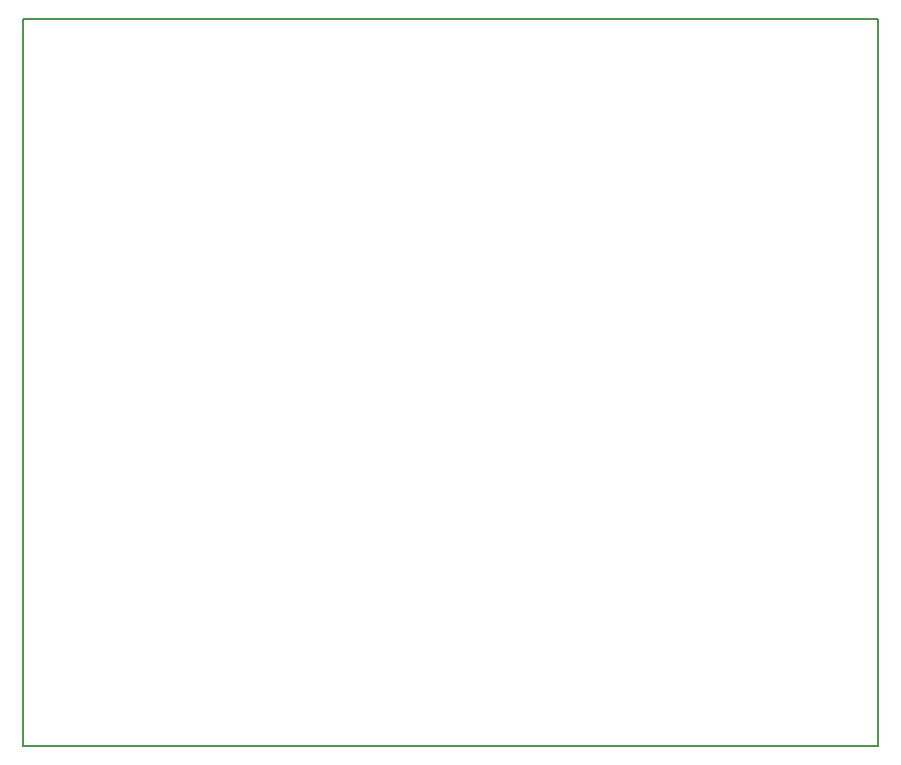
<source format=gbr>
G04 #@! TF.GenerationSoftware,KiCad,Pcbnew,(5.0.1)-rc2*
G04 #@! TF.CreationDate,2019-02-04T01:37:49-05:00*
G04 #@! TF.ProjectId,ladder_filter,6C61646465725F66696C7465722E6B69,rev?*
G04 #@! TF.SameCoordinates,Original*
G04 #@! TF.FileFunction,Profile,NP*
%FSLAX46Y46*%
G04 Gerber Fmt 4.6, Leading zero omitted, Abs format (unit mm)*
G04 Created by KiCad (PCBNEW (5.0.1)-rc2) date 2/4/2019 1:37:49 AM*
%MOMM*%
%LPD*%
G01*
G04 APERTURE LIST*
%ADD10C,0.200000*%
G04 APERTURE END LIST*
D10*
X132791200Y-92964000D02*
X132791200Y-31445200D01*
X205232000Y-92964000D02*
X132791200Y-92964000D01*
X205232000Y-31445200D02*
X205232000Y-92964000D01*
X132791200Y-31445200D02*
X205232000Y-31445200D01*
M02*

</source>
